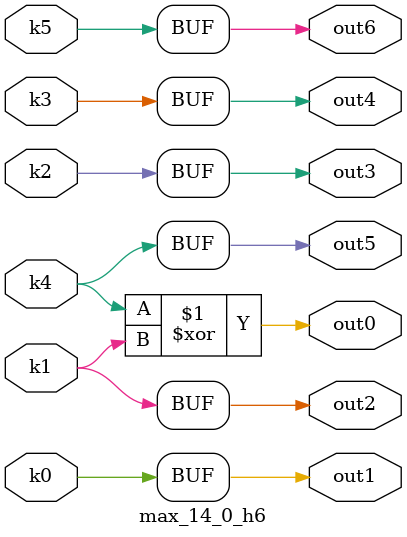
<source format=v>
module max_14_0(pi0, pi1, pi2, pi3, pi4, po0, po1, po2, po3, po4, po5, po6);
input pi0, pi1, pi2, pi3, pi4;
output po0, po1, po2, po3, po4, po5, po6;
wire k0, k1, k2, k3, k4, k5;
max_14_0_w6 DUT1 (pi0, pi1, pi2, pi3, pi4, k0, k1, k2, k3, k4, k5);
max_14_0_h6 DUT2 (k0, k1, k2, k3, k4, k5, po0, po1, po2, po3, po4, po5, po6);
endmodule

module max_14_0_w6(in4, in3, in2, in1, in0, k5, k4, k3, k2, k1, k0);
input in4, in3, in2, in1, in0;
output k5, k4, k3, k2, k1, k0;
assign k0 =   in1 & (in2 ? in4 : in3);
assign k1 =   ~in1 & (in2 ? ~in4 : ~in3);
assign k2 =   ~in4 & in3;
assign k3 =   ~in3 & in4;
assign k4 =   in0;
assign k5 =   in2;
endmodule

module max_14_0_h6(k5, k4, k3, k2, k1, k0, out6, out5, out4, out3, out2, out1, out0);
input k5, k4, k3, k2, k1, k0;
output out6, out5, out4, out3, out2, out1, out0;
assign out0 = k4 ^ k1;
assign out1 = k0;
assign out2 = k1;
assign out3 = k2;
assign out4 = k3;
assign out5 = k4;
assign out6 = k5;
endmodule

</source>
